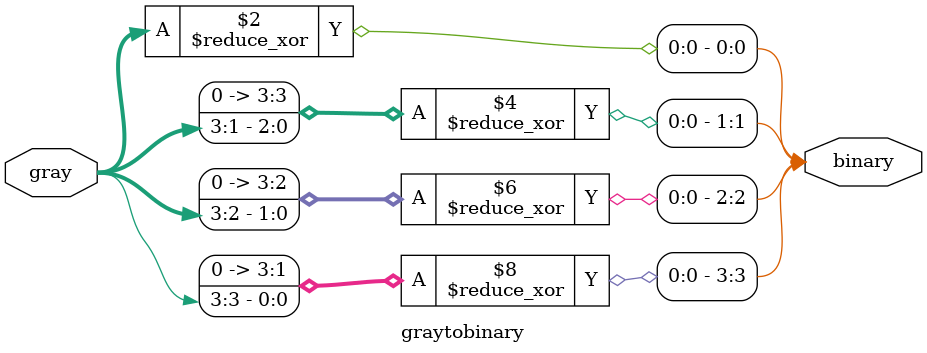
<source format=v>
`timescale 1ns / 1ps

module graytobinary#(parameter WIDTH =4)(
	input [WIDTH-1:0] gray,
	output [WIDTH-1:0] binary
);

genvar i;
generate
	for (i=0;i<WIDTH;i=i+1) begin
		assign binary[i] = ^(gray >> i);
	end
endgenerate

endmodule


</source>
